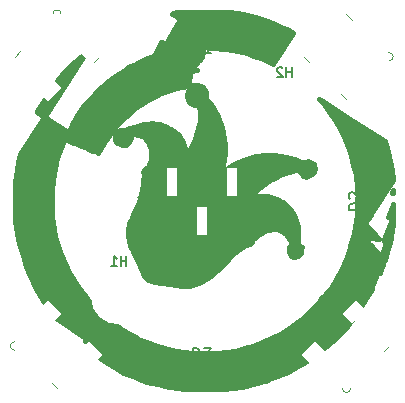
<source format=gbo>
%TF.GenerationSoftware,KiCad,Pcbnew,(6.0.7)*%
%TF.CreationDate,2022-09-30T15:53:47-07:00*%
%TF.ProjectId,companion,636f6d70-616e-4696-9f6e-2e6b69636164,rev?*%
%TF.SameCoordinates,Original*%
%TF.FileFunction,Legend,Bot*%
%TF.FilePolarity,Positive*%
%FSLAX46Y46*%
G04 Gerber Fmt 4.6, Leading zero omitted, Abs format (unit mm)*
G04 Created by KiCad (PCBNEW (6.0.7)) date 2022-09-30 15:53:47*
%MOMM*%
%LPD*%
G01*
G04 APERTURE LIST*
G04 Aperture macros list*
%AMRoundRect*
0 Rectangle with rounded corners*
0 $1 Rounding radius*
0 $2 $3 $4 $5 $6 $7 $8 $9 X,Y pos of 4 corners*
0 Add a 4 corners polygon primitive as box body*
4,1,4,$2,$3,$4,$5,$6,$7,$8,$9,$2,$3,0*
0 Add four circle primitives for the rounded corners*
1,1,$1+$1,$2,$3*
1,1,$1+$1,$4,$5*
1,1,$1+$1,$6,$7*
1,1,$1+$1,$8,$9*
0 Add four rect primitives between the rounded corners*
20,1,$1+$1,$2,$3,$4,$5,0*
20,1,$1+$1,$4,$5,$6,$7,0*
20,1,$1+$1,$6,$7,$8,$9,0*
20,1,$1+$1,$8,$9,$2,$3,0*%
G04 Aperture macros list end*
%ADD10C,0.400000*%
%ADD11C,0.150000*%
%ADD12C,0.120000*%
%ADD13C,4.800000*%
%ADD14RoundRect,0.050000X-0.500000X1.255000X-0.500000X-1.255000X0.500000X-1.255000X0.500000X1.255000X0*%
%ADD15RoundRect,0.050000X-0.176777X-0.883883X0.883883X0.176777X0.176777X0.883883X-0.883883X-0.176777X0*%
%ADD16RoundRect,0.050000X0.176777X0.883883X-0.883883X-0.176777X-0.176777X-0.883883X0.883883X0.176777X0*%
%ADD17RoundRect,0.050000X-0.883883X0.176777X0.176777X-0.883883X0.883883X-0.176777X-0.176777X0.883883X0*%
%ADD18RoundRect,0.050000X0.883883X-0.176777X-0.176777X0.883883X-0.883883X0.176777X0.176777X-0.883883X0*%
G04 APERTURE END LIST*
D10*
G36*
X17468754Y-5116467D02*
G01*
X17468754Y-5185903D01*
X17434469Y-5182303D01*
X17400183Y-5178703D01*
X17343041Y-5155645D01*
X17343041Y-5155628D01*
X17285899Y-5132570D01*
X17285899Y-5002271D01*
X17468754Y-5116467D01*
G37*
X17468754Y-5116467D02*
X17468754Y-5185903D01*
X17434469Y-5182303D01*
X17400183Y-5178703D01*
X17343041Y-5155645D01*
X17343041Y-5155628D01*
X17285899Y-5132570D01*
X17285899Y-5002271D01*
X17468754Y-5116467D01*
G36*
X17240185Y-5185920D02*
G01*
X17289118Y-5277348D01*
X17194473Y-5277348D01*
X17194469Y-5212570D01*
X17194469Y-5147807D01*
X17137327Y-5124750D01*
X17080185Y-5101692D01*
X17191253Y-5094492D01*
X17240185Y-5185920D01*
G37*
X17240185Y-5185920D02*
X17289118Y-5277348D01*
X17194473Y-5277348D01*
X17194469Y-5212570D01*
X17194469Y-5147807D01*
X17137327Y-5124750D01*
X17080185Y-5101692D01*
X17191253Y-5094492D01*
X17240185Y-5185920D01*
G36*
X17291296Y-5460176D02*
G01*
X17231456Y-5460800D01*
X17171613Y-5461424D01*
X17062635Y-5490588D01*
X16953657Y-5519754D01*
X16974971Y-5455680D01*
X16974971Y-5455692D01*
X16996284Y-5391616D01*
X17243189Y-5382336D01*
X17291296Y-5460176D01*
G37*
X17291296Y-5460176D02*
X17231456Y-5460800D01*
X17171613Y-5461424D01*
X17062635Y-5490588D01*
X16953657Y-5519754D01*
X16974971Y-5455680D01*
X16974971Y-5455692D01*
X16996284Y-5391616D01*
X17243189Y-5382336D01*
X17291296Y-5460176D01*
G36*
X16938456Y-5772770D02*
G01*
X16964870Y-5815506D01*
X16783043Y-5863054D01*
X16783041Y-5850078D01*
X16783041Y-5837098D01*
X16847542Y-5783566D01*
X16912044Y-5730033D01*
X16938456Y-5772770D01*
G37*
X16938456Y-5772770D02*
X16964870Y-5815506D01*
X16783043Y-5863054D01*
X16783041Y-5850078D01*
X16783041Y-5837098D01*
X16847542Y-5783566D01*
X16912044Y-5730033D01*
X16938456Y-5772770D01*
G36*
X16988756Y-6327360D02*
G01*
X16897328Y-6327360D01*
X16828755Y-6283046D01*
X16760183Y-6238732D01*
X16851612Y-6238732D01*
X16988756Y-6327360D01*
G37*
X16988756Y-6327360D02*
X16897328Y-6327360D01*
X16828755Y-6283046D01*
X16760183Y-6238732D01*
X16851612Y-6238732D01*
X16988756Y-6327360D01*
G36*
X16459048Y-6788833D02*
G01*
X16407544Y-6923049D01*
X16371612Y-6923049D01*
X16371612Y-6734793D01*
X16459048Y-6788833D01*
G37*
X16459048Y-6788833D02*
X16407544Y-6923049D01*
X16371612Y-6923049D01*
X16371612Y-6734793D01*
X16459048Y-6788833D01*
G36*
X33650922Y-16625903D02*
G01*
X33651620Y-16751617D01*
X33560181Y-16751617D01*
X33560881Y-16694475D01*
X33560883Y-16694475D01*
X33561583Y-16637333D01*
X33605902Y-16568760D01*
X33650222Y-16500188D01*
X33650922Y-16625903D01*
G37*
X33650922Y-16625903D02*
X33651620Y-16751617D01*
X33560181Y-16751617D01*
X33560881Y-16694475D01*
X33560883Y-16694475D01*
X33561583Y-16637333D01*
X33605902Y-16568760D01*
X33650222Y-16500188D01*
X33650922Y-16625903D01*
G36*
X17511670Y-7754700D02*
G01*
X17794900Y-8180170D01*
X17781920Y-8454455D01*
X17768941Y-8728741D01*
X18162453Y-9140170D01*
X18368642Y-9452239D01*
X18574830Y-9764309D01*
X18794137Y-10229382D01*
X19013444Y-10694456D01*
X19130372Y-11151599D01*
X19247302Y-11608741D01*
X19323613Y-12134456D01*
X19399922Y-12660170D01*
X19376000Y-13300171D01*
X19352078Y-13940171D01*
X19127526Y-14671599D01*
X19004624Y-14940449D01*
X18881724Y-15209301D01*
X19100945Y-15026449D01*
X19320161Y-14843573D01*
X19673012Y-14613789D01*
X20025864Y-14384004D01*
X20880334Y-13965578D01*
X21427323Y-13782693D01*
X21974312Y-13599810D01*
X22292952Y-13553762D01*
X22611590Y-13507714D01*
X23068732Y-13507701D01*
X23525876Y-13507688D01*
X24521516Y-13640192D01*
X24937979Y-13758666D01*
X25354447Y-13877140D01*
X25661128Y-14028577D01*
X25967810Y-14180015D01*
X26049710Y-14124181D01*
X26131591Y-14068348D01*
X26434432Y-14009908D01*
X26580172Y-14075476D01*
X26725892Y-14141044D01*
X26894414Y-14276500D01*
X26952574Y-14445684D01*
X27010735Y-14614868D01*
X26936413Y-14945903D01*
X26778313Y-15091134D01*
X26620213Y-15236364D01*
X26291573Y-15327104D01*
X26139613Y-15285144D01*
X25987652Y-15243185D01*
X25891232Y-15140258D01*
X25794812Y-15037332D01*
X25745232Y-14906454D01*
X25695632Y-14775575D01*
X25433608Y-14806423D01*
X25171582Y-14837268D01*
X24828725Y-14931230D01*
X24485869Y-15025192D01*
X24038657Y-15221748D01*
X23591447Y-15418304D01*
X23245022Y-15634220D01*
X22898600Y-15850135D01*
X22549376Y-16126744D01*
X22200154Y-16403352D01*
X21937297Y-16653015D01*
X21674441Y-16902676D01*
X21674441Y-16964032D01*
X22348725Y-16963438D01*
X23023011Y-16962844D01*
X23800156Y-17219500D01*
X24074443Y-17357191D01*
X24348727Y-17494880D01*
X24677260Y-17827962D01*
X25005793Y-18161045D01*
X25211665Y-18587757D01*
X25417538Y-19014469D01*
X25578900Y-19608753D01*
X25580901Y-20312713D01*
X25582902Y-21016674D01*
X25737181Y-21170991D01*
X25891461Y-21325309D01*
X25869401Y-21554882D01*
X25847340Y-21784456D01*
X25721181Y-21916135D01*
X25595021Y-22047815D01*
X25323823Y-22160135D01*
X25157742Y-22118715D01*
X24991683Y-22077295D01*
X24883223Y-21917295D01*
X24774743Y-21757295D01*
X24794743Y-21542751D01*
X24814744Y-21328207D01*
X24901704Y-21204910D01*
X24988663Y-21081613D01*
X25073903Y-20966375D01*
X24916997Y-20706619D01*
X24760096Y-20446855D01*
X24536212Y-20216528D01*
X24312331Y-19986198D01*
X24113311Y-19898162D01*
X23914290Y-19810127D01*
X23476416Y-19758266D01*
X23203969Y-19813932D01*
X22931523Y-19869598D01*
X22219529Y-20237842D01*
X21991496Y-20442863D01*
X21763465Y-20647884D01*
X21645859Y-20848564D01*
X21528254Y-21049244D01*
X21285815Y-21102657D01*
X21148673Y-21144645D01*
X21011531Y-21186634D01*
X20754525Y-21380540D01*
X20497517Y-21574440D01*
X20097245Y-21926521D01*
X19214631Y-22790557D01*
X18332017Y-23654592D01*
X18064641Y-23836172D01*
X17797267Y-24017751D01*
X17385403Y-24224256D01*
X16973540Y-24430761D01*
X16706821Y-24502620D01*
X16440102Y-24574480D01*
X15754388Y-24610479D01*
X15228674Y-24522440D01*
X15228755Y-24522567D01*
X14703041Y-24434528D01*
X14040184Y-24359089D01*
X13377327Y-24283649D01*
X13138431Y-24194768D01*
X12899536Y-24105888D01*
X12568697Y-23723049D01*
X12073316Y-22717334D01*
X11577936Y-21711620D01*
X11481236Y-21464576D01*
X11384536Y-21217531D01*
X11272776Y-20778862D01*
X11161016Y-20340192D01*
X11161565Y-19837335D01*
X11293901Y-19276170D01*
X11405247Y-19031036D01*
X11516593Y-18785904D01*
X11799529Y-18145902D01*
X12082464Y-17505903D01*
X12193875Y-17174545D01*
X12305286Y-16843186D01*
X12373847Y-16397402D01*
X12442407Y-15951617D01*
X12494320Y-15596108D01*
X12546232Y-15240599D01*
X12495744Y-15076095D01*
X12445257Y-14911591D01*
X12650615Y-14700306D01*
X12855974Y-14489021D01*
X12979522Y-14237463D01*
X13103040Y-13985903D01*
X13097635Y-13460188D01*
X13092230Y-12934475D01*
X12987748Y-12661605D01*
X12883265Y-12388736D01*
X12417327Y-11928760D01*
X11960185Y-11769720D01*
X11823043Y-11762780D01*
X11685900Y-11755840D01*
X11348792Y-11768760D01*
X11373954Y-11923812D01*
X11399115Y-12078865D01*
X11345172Y-12242317D01*
X11291228Y-12405769D01*
X11155790Y-12519731D01*
X11020354Y-12633695D01*
X10866380Y-12662581D01*
X10712407Y-12691467D01*
X10503232Y-12598939D01*
X10294056Y-12506410D01*
X10109104Y-12203046D01*
X10108921Y-12004387D01*
X10108738Y-11805725D01*
X10258274Y-11552581D01*
X10529445Y-11392397D01*
X10908737Y-11398037D01*
X11297309Y-11243939D01*
X11685880Y-11089841D01*
X12463024Y-10907505D01*
X12828738Y-10857697D01*
X13194452Y-10807890D01*
X13605880Y-10859150D01*
X13880165Y-10896110D01*
X14085879Y-10967758D01*
X14291593Y-11039407D01*
X14565879Y-11179825D01*
X14840164Y-11320242D01*
X15157242Y-11579255D01*
X15474321Y-11838267D01*
X15663768Y-12115101D01*
X15853216Y-12391936D01*
X16205200Y-13462000D01*
X16270416Y-13391608D01*
X16501425Y-12865894D01*
X16732432Y-12340180D01*
X16916244Y-11768752D01*
X17100054Y-11197323D01*
X17238810Y-10603037D01*
X17239486Y-10131852D01*
X17240163Y-9660666D01*
X17143599Y-9277170D01*
X16945297Y-9269490D01*
X16746993Y-9261810D01*
X16609043Y-9190475D01*
X16471093Y-9119139D01*
X16285369Y-8883027D01*
X16231429Y-8719591D01*
X16177491Y-8556155D01*
X16204817Y-8325424D01*
X16232142Y-8094693D01*
X16488166Y-7778365D01*
X16646308Y-7693553D01*
X16804450Y-7608740D01*
X17146882Y-7608740D01*
X17511670Y-7754700D01*
G37*
X17511670Y-7754700D02*
X17794900Y-8180170D01*
X17781920Y-8454455D01*
X17768941Y-8728741D01*
X18162453Y-9140170D01*
X18368642Y-9452239D01*
X18574830Y-9764309D01*
X18794137Y-10229382D01*
X19013444Y-10694456D01*
X19130372Y-11151599D01*
X19247302Y-11608741D01*
X19323613Y-12134456D01*
X19399922Y-12660170D01*
X19376000Y-13300171D01*
X19352078Y-13940171D01*
X19127526Y-14671599D01*
X19004624Y-14940449D01*
X18881724Y-15209301D01*
X19100945Y-15026449D01*
X19320161Y-14843573D01*
X19673012Y-14613789D01*
X20025864Y-14384004D01*
X20880334Y-13965578D01*
X21427323Y-13782693D01*
X21974312Y-13599810D01*
X22292952Y-13553762D01*
X22611590Y-13507714D01*
X23068732Y-13507701D01*
X23525876Y-13507688D01*
X24521516Y-13640192D01*
X24937979Y-13758666D01*
X25354447Y-13877140D01*
X25661128Y-14028577D01*
X25967810Y-14180015D01*
X26049710Y-14124181D01*
X26131591Y-14068348D01*
X26434432Y-14009908D01*
X26580172Y-14075476D01*
X26725892Y-14141044D01*
X26894414Y-14276500D01*
X26952574Y-14445684D01*
X27010735Y-14614868D01*
X26936413Y-14945903D01*
X26778313Y-15091134D01*
X26620213Y-15236364D01*
X26291573Y-15327104D01*
X26139613Y-15285144D01*
X25987652Y-15243185D01*
X25891232Y-15140258D01*
X25794812Y-15037332D01*
X25745232Y-14906454D01*
X25695632Y-14775575D01*
X25433608Y-14806423D01*
X25171582Y-14837268D01*
X24828725Y-14931230D01*
X24485869Y-15025192D01*
X24038657Y-15221748D01*
X23591447Y-15418304D01*
X23245022Y-15634220D01*
X22898600Y-15850135D01*
X22549376Y-16126744D01*
X22200154Y-16403352D01*
X21937297Y-16653015D01*
X21674441Y-16902676D01*
X21674441Y-16964032D01*
X22348725Y-16963438D01*
X23023011Y-16962844D01*
X23800156Y-17219500D01*
X24074443Y-17357191D01*
X24348727Y-17494880D01*
X24677260Y-17827962D01*
X25005793Y-18161045D01*
X25211665Y-18587757D01*
X25417538Y-19014469D01*
X25578900Y-19608753D01*
X25580901Y-20312713D01*
X25582902Y-21016674D01*
X25737181Y-21170991D01*
X25891461Y-21325309D01*
X25869401Y-21554882D01*
X25847340Y-21784456D01*
X25721181Y-21916135D01*
X25595021Y-22047815D01*
X25323823Y-22160135D01*
X25157742Y-22118715D01*
X24991683Y-22077295D01*
X24883223Y-21917295D01*
X24774743Y-21757295D01*
X24794743Y-21542751D01*
X24814744Y-21328207D01*
X24901704Y-21204910D01*
X24988663Y-21081613D01*
X25073903Y-20966375D01*
X24916997Y-20706619D01*
X24760096Y-20446855D01*
X24536212Y-20216528D01*
X24312331Y-19986198D01*
X24113311Y-19898162D01*
X23914290Y-19810127D01*
X23476416Y-19758266D01*
X23203969Y-19813932D01*
X22931523Y-19869598D01*
X22219529Y-20237842D01*
X21991496Y-20442863D01*
X21763465Y-20647884D01*
X21645859Y-20848564D01*
X21528254Y-21049244D01*
X21285815Y-21102657D01*
X21148673Y-21144645D01*
X21011531Y-21186634D01*
X20754525Y-21380540D01*
X20497517Y-21574440D01*
X20097245Y-21926521D01*
X19214631Y-22790557D01*
X18332017Y-23654592D01*
X18064641Y-23836172D01*
X17797267Y-24017751D01*
X17385403Y-24224256D01*
X16973540Y-24430761D01*
X16706821Y-24502620D01*
X16440102Y-24574480D01*
X15754388Y-24610479D01*
X15228674Y-24522440D01*
X15228755Y-24522567D01*
X14703041Y-24434528D01*
X14040184Y-24359089D01*
X13377327Y-24283649D01*
X13138431Y-24194768D01*
X12899536Y-24105888D01*
X12568697Y-23723049D01*
X12073316Y-22717334D01*
X11577936Y-21711620D01*
X11481236Y-21464576D01*
X11384536Y-21217531D01*
X11272776Y-20778862D01*
X11161016Y-20340192D01*
X11161565Y-19837335D01*
X11293901Y-19276170D01*
X11405247Y-19031036D01*
X11516593Y-18785904D01*
X11799529Y-18145902D01*
X12082464Y-17505903D01*
X12193875Y-17174545D01*
X12305286Y-16843186D01*
X12373847Y-16397402D01*
X12442407Y-15951617D01*
X12494320Y-15596108D01*
X12546232Y-15240599D01*
X12495744Y-15076095D01*
X12445257Y-14911591D01*
X12650615Y-14700306D01*
X12855974Y-14489021D01*
X12979522Y-14237463D01*
X13103040Y-13985903D01*
X13097635Y-13460188D01*
X13092230Y-12934475D01*
X12987748Y-12661605D01*
X12883265Y-12388736D01*
X12417327Y-11928760D01*
X11960185Y-11769720D01*
X11823043Y-11762780D01*
X11685900Y-11755840D01*
X11348792Y-11768760D01*
X11373954Y-11923812D01*
X11399115Y-12078865D01*
X11345172Y-12242317D01*
X11291228Y-12405769D01*
X11155790Y-12519731D01*
X11020354Y-12633695D01*
X10866380Y-12662581D01*
X10712407Y-12691467D01*
X10503232Y-12598939D01*
X10294056Y-12506410D01*
X10109104Y-12203046D01*
X10108921Y-12004387D01*
X10108738Y-11805725D01*
X10258274Y-11552581D01*
X10529445Y-11392397D01*
X10908737Y-11398037D01*
X11297309Y-11243939D01*
X11685880Y-11089841D01*
X12463024Y-10907505D01*
X12828738Y-10857697D01*
X13194452Y-10807890D01*
X13605880Y-10859150D01*
X13880165Y-10896110D01*
X14085879Y-10967758D01*
X14291593Y-11039407D01*
X14565879Y-11179825D01*
X14840164Y-11320242D01*
X15157242Y-11579255D01*
X15474321Y-11838267D01*
X15663768Y-12115101D01*
X15853216Y-12391936D01*
X16205200Y-13462000D01*
X16270416Y-13391608D01*
X16501425Y-12865894D01*
X16732432Y-12340180D01*
X16916244Y-11768752D01*
X17100054Y-11197323D01*
X17238810Y-10603037D01*
X17239486Y-10131852D01*
X17240163Y-9660666D01*
X17143599Y-9277170D01*
X16945297Y-9269490D01*
X16746993Y-9261810D01*
X16609043Y-9190475D01*
X16471093Y-9119139D01*
X16285369Y-8883027D01*
X16231429Y-8719591D01*
X16177491Y-8556155D01*
X16204817Y-8325424D01*
X16232142Y-8094693D01*
X16488166Y-7778365D01*
X16646308Y-7693553D01*
X16804450Y-7608740D01*
X17146882Y-7608740D01*
X17511670Y-7754700D01*
G36*
X8145912Y-13003047D02*
G01*
X8198540Y-13140191D01*
X8097328Y-13140191D01*
X8097328Y-13048763D01*
X7955168Y-13048763D01*
X7760011Y-12957332D01*
X8051612Y-12957332D01*
X8143040Y-12957332D01*
X8143040Y-12917013D01*
X8097326Y-12888760D01*
X8051612Y-12860508D01*
X8051612Y-12957332D01*
X7760011Y-12957332D01*
X7740534Y-12948207D01*
X7553340Y-12860508D01*
X7525899Y-12847651D01*
X7503040Y-12844071D01*
X7480182Y-12840491D01*
X7428480Y-12821587D01*
X8440183Y-12821587D01*
X8508755Y-12865902D01*
X8577327Y-12910216D01*
X8588747Y-12910916D01*
X8600167Y-12911615D01*
X8600167Y-12865901D01*
X8600183Y-12865903D01*
X8600183Y-12820189D01*
X8440183Y-12821587D01*
X7428480Y-12821587D01*
X7240183Y-12752740D01*
X7000183Y-12664990D01*
X7000183Y-12591623D01*
X6866143Y-12591623D01*
X6716021Y-12527569D01*
X6565899Y-12463519D01*
X6228564Y-12321859D01*
X5891230Y-12180199D01*
X5781238Y-12180199D01*
X5682634Y-12477343D01*
X5213791Y-13757344D01*
X4895775Y-15128772D01*
X4810406Y-15677343D01*
X4737326Y-16454486D01*
X4747206Y-18694488D01*
X5033790Y-20350086D01*
X5268234Y-21122287D01*
X5502678Y-21894489D01*
X5839379Y-22643329D01*
X6176079Y-23392168D01*
X6595094Y-24083330D01*
X7014110Y-24774490D01*
X7437654Y-25300205D01*
X7861199Y-25825920D01*
X8150701Y-26132066D01*
X8440203Y-26438211D01*
X8965917Y-26928199D01*
X9491632Y-27418184D01*
X10040203Y-27828540D01*
X10588774Y-28238895D01*
X11204686Y-28580892D01*
X11820597Y-28922891D01*
X11913257Y-28982912D01*
X12005917Y-29042932D01*
X12820462Y-29364759D01*
X13635007Y-29686582D01*
X15205916Y-30092359D01*
X16705868Y-30288721D01*
X17705287Y-30284921D01*
X18704705Y-30281122D01*
X19492453Y-30169101D01*
X20280202Y-30057081D01*
X21034487Y-29852190D01*
X21788773Y-29647300D01*
X22543059Y-29341184D01*
X23297345Y-29035070D01*
X24020592Y-28625969D01*
X24743838Y-28216865D01*
X25369162Y-27745664D01*
X25994488Y-27274467D01*
X26658919Y-26618848D01*
X27323352Y-25963228D01*
X27559912Y-25643228D01*
X27782111Y-25414667D01*
X28056784Y-25071809D01*
X28331458Y-24728954D01*
X28764888Y-23997524D01*
X29198319Y-23266096D01*
X29281480Y-23083236D01*
X29364640Y-22900377D01*
X29628997Y-22283233D01*
X29893351Y-21666092D01*
X30092551Y-20843235D01*
X30199530Y-20477520D01*
X30306510Y-20111805D01*
X30538588Y-18603233D01*
X30567908Y-17917518D01*
X30597228Y-17231804D01*
X30613827Y-17123027D01*
X30630427Y-17014253D01*
X30588366Y-16665886D01*
X30546305Y-16317518D01*
X30452105Y-15209404D01*
X30266104Y-14414890D01*
X30080104Y-13620376D01*
X29782502Y-12820376D01*
X29484898Y-12020376D01*
X29094159Y-11288772D01*
X28703303Y-10557332D01*
X28223883Y-9871617D01*
X27744466Y-9185903D01*
X27365906Y-8784059D01*
X27434487Y-8808141D01*
X27503047Y-8832225D01*
X30222501Y-10593349D01*
X32941954Y-12354474D01*
X33018075Y-12575903D01*
X33094195Y-12797333D01*
X33554522Y-14808762D01*
X33615443Y-15593611D01*
X32673524Y-17065261D01*
X31731612Y-18536911D01*
X31731612Y-18572872D01*
X31503039Y-18904668D01*
X31274468Y-19236465D01*
X31274468Y-19316848D01*
X31851599Y-19956146D01*
X32428729Y-20595445D01*
X32408009Y-20616155D01*
X32387309Y-20636865D01*
X31755810Y-20498840D01*
X31124312Y-20360815D01*
X31101412Y-20383722D01*
X31078513Y-20406629D01*
X31393235Y-20761978D01*
X31707955Y-21117328D01*
X31731215Y-21140186D01*
X31754475Y-21163042D01*
X32074475Y-21528635D01*
X32394475Y-21894229D01*
X32489054Y-21999250D01*
X32583634Y-22104271D01*
X32684476Y-21882949D01*
X32868476Y-21408701D01*
X33052476Y-20934454D01*
X33066275Y-20869930D01*
X33080075Y-20805406D01*
X32965794Y-20774456D01*
X32851514Y-20743505D01*
X32864913Y-20678981D01*
X32878312Y-20614458D01*
X33219279Y-19757188D01*
X33560248Y-18899919D01*
X33560248Y-18820432D01*
X33380488Y-18791687D01*
X33200728Y-18762941D01*
X33384148Y-18317272D01*
X33567569Y-17871603D01*
X33609568Y-17780174D01*
X33651549Y-17688745D01*
X33634148Y-18511602D01*
X33616748Y-19334459D01*
X33334586Y-20980173D01*
X33124636Y-21688745D01*
X32914687Y-22397316D01*
X32880587Y-22431915D01*
X32846488Y-22466514D01*
X32744868Y-22329053D01*
X32643248Y-22191593D01*
X32561888Y-22191593D01*
X32485968Y-22420166D01*
X32410048Y-22648738D01*
X32268447Y-22648738D01*
X31954354Y-22535444D01*
X31640252Y-22422144D01*
X31640252Y-22472444D01*
X31968329Y-22857740D01*
X32296408Y-23243036D01*
X32359450Y-23243036D01*
X32449731Y-23005464D01*
X32540011Y-22767891D01*
X32583432Y-22753490D01*
X32626853Y-22739090D01*
X32787974Y-22856891D01*
X32643075Y-23166551D01*
X32498175Y-23476213D01*
X32341654Y-23334573D01*
X32098546Y-23961895D01*
X31855439Y-24589214D01*
X31845238Y-24681913D01*
X31835038Y-24774612D01*
X31829238Y-24823291D01*
X31823437Y-24871992D01*
X31533536Y-25326160D01*
X31243632Y-25780328D01*
X30662884Y-26689012D01*
X30082135Y-27597696D01*
X29603089Y-28162366D01*
X28863934Y-28884311D01*
X28124778Y-29606256D01*
X27311249Y-30215446D01*
X26497721Y-30824638D01*
X25606293Y-31335393D01*
X24714865Y-31846149D01*
X24052006Y-32111446D01*
X23389149Y-32376745D01*
X23114865Y-32499305D01*
X22840579Y-32621866D01*
X22634865Y-32657705D01*
X22429150Y-32693544D01*
X20836804Y-33122892D01*
X20037068Y-33234453D01*
X19236935Y-33345903D01*
X17609988Y-33340704D01*
X15983041Y-33335502D01*
X15343040Y-33251314D01*
X14703040Y-33167293D01*
X14200183Y-33048812D01*
X13697325Y-32930332D01*
X12737326Y-32703052D01*
X11745650Y-32312917D01*
X10753974Y-31922762D01*
X10397078Y-31705354D01*
X10040184Y-31487949D01*
X8934490Y-30769229D01*
X7828798Y-30050512D01*
X7963026Y-29766779D01*
X8097254Y-29483047D01*
X8097291Y-29406168D01*
X8097310Y-29363975D01*
X8271754Y-29363975D01*
X8303984Y-29416135D01*
X8336214Y-29468275D01*
X8370530Y-29430015D01*
X8404846Y-29391735D01*
X8457007Y-29235633D01*
X8509167Y-29079654D01*
X8483847Y-29054454D01*
X8377801Y-29209215D01*
X8271754Y-29363975D01*
X8097310Y-29363975D01*
X8097326Y-29329288D01*
X7831783Y-29140209D01*
X7683026Y-29140209D01*
X7656712Y-29208789D01*
X7630398Y-29277370D01*
X7558126Y-29277370D01*
X7564866Y-29132265D01*
X7571612Y-28987114D01*
X6436345Y-28249162D01*
X5301078Y-27511213D01*
X5155436Y-27395004D01*
X5009794Y-27278793D01*
X4742068Y-26938678D01*
X4474342Y-26598568D01*
X3942111Y-25732235D01*
X3409879Y-24865903D01*
X2989548Y-23928760D01*
X2569218Y-22991617D01*
X2270228Y-22008760D01*
X1971237Y-21025903D01*
X1811425Y-20077749D01*
X1651612Y-19129596D01*
X1651612Y-15755590D01*
X1699825Y-15282175D01*
X1748037Y-14808760D01*
X1901630Y-14121447D01*
X2055222Y-13434136D01*
X2987178Y-11972876D01*
X3919134Y-10511617D01*
X4000192Y-10388752D01*
X4081251Y-10265887D01*
X3778432Y-10074640D01*
X3475614Y-9883392D01*
X3489328Y-9826377D01*
X3503042Y-9769361D01*
X5103042Y-7279941D01*
X5444750Y-6884351D01*
X5786458Y-6488760D01*
X6021810Y-6237331D01*
X6257163Y-5985903D01*
X6365816Y-5871348D01*
X6474469Y-5756794D01*
X7435375Y-4934474D01*
X7523697Y-4865903D01*
X7612020Y-4797332D01*
X7572556Y-4865903D01*
X7533092Y-4934475D01*
X4652578Y-9414475D01*
X4123042Y-10236925D01*
X4178756Y-10290181D01*
X4234469Y-10343436D01*
X5167668Y-10942857D01*
X6100866Y-11542279D01*
X6320793Y-11118376D01*
X6540720Y-10694475D01*
X6599023Y-10594578D01*
X6657326Y-10494682D01*
X7074615Y-9886007D01*
X7491904Y-9277331D01*
X8057472Y-8648994D01*
X8623040Y-8020656D01*
X9811612Y-7003324D01*
X10497327Y-6545304D01*
X10904627Y-6273249D01*
X16268735Y-6273249D01*
X16331294Y-6374473D01*
X16409850Y-6374473D01*
X16483326Y-6346279D01*
X16556803Y-6318083D01*
X16504326Y-6254851D01*
X16451848Y-6191618D01*
X16567500Y-6052266D01*
X16516164Y-6000929D01*
X16463225Y-6099845D01*
X16410287Y-6198762D01*
X16462466Y-6334737D01*
X16365600Y-6303993D01*
X16268735Y-6273249D01*
X10904627Y-6273249D01*
X11183040Y-6087284D01*
X11820282Y-5780189D01*
X16366216Y-5780189D01*
X16422722Y-5871617D01*
X16463041Y-5871617D01*
X16463041Y-5780189D01*
X16366216Y-5780189D01*
X11820282Y-5780189D01*
X11968229Y-5708891D01*
X12753417Y-5330498D01*
X13078726Y-5225725D01*
X13404034Y-5120953D01*
X13646825Y-4643772D01*
X17263041Y-4643772D01*
X17445897Y-4722348D01*
X17468737Y-4728788D01*
X17468754Y-4683046D01*
X17468754Y-4637332D01*
X17365899Y-4640552D01*
X17263041Y-4643772D01*
X13646825Y-4643772D01*
X13847808Y-4248761D01*
X14017327Y-3952197D01*
X14047053Y-3951909D01*
X14076779Y-3951619D01*
X14131613Y-4180190D01*
X14186448Y-4408762D01*
X14245900Y-4407842D01*
X14302025Y-4301454D01*
X20417327Y-4301454D01*
X20440184Y-4328362D01*
X20463042Y-4355270D01*
X20871520Y-4678382D01*
X20914744Y-4635158D01*
X20848891Y-4574720D01*
X20783042Y-4514286D01*
X20417327Y-4301454D01*
X14302025Y-4301454D01*
X14577260Y-3779730D01*
X14908619Y-3151619D01*
X15235075Y-2557333D01*
X15374695Y-2305905D01*
X15514314Y-2054476D01*
X15553714Y-2011410D01*
X15596243Y-2078657D01*
X15638771Y-2145905D01*
X15642690Y-2305905D01*
X15646610Y-2465905D01*
X15680224Y-2551444D01*
X15713838Y-2636984D01*
X15784795Y-2528587D01*
X15855751Y-2420191D01*
X15976538Y-2181710D01*
X16097326Y-1943230D01*
X16097326Y-1936620D01*
X16188755Y-1936620D01*
X17034469Y-2560600D01*
X17263040Y-2729006D01*
X17491612Y-2897412D01*
X17525898Y-2898801D01*
X17560184Y-2900189D01*
X17567041Y-2740189D01*
X17573901Y-2580189D01*
X17578843Y-2521595D01*
X17628755Y-2521595D01*
X17697327Y-2594309D01*
X17765898Y-2667022D01*
X19228755Y-3765386D01*
X19343039Y-3768760D01*
X19342341Y-3711617D01*
X19341641Y-3654474D01*
X19308055Y-3604633D01*
X19274470Y-3554792D01*
X18520184Y-3075146D01*
X17765898Y-2595499D01*
X17697327Y-2558547D01*
X17628755Y-2521595D01*
X17578843Y-2521595D01*
X17583060Y-2471593D01*
X16946483Y-2069778D01*
X16309927Y-1667963D01*
X16188755Y-1768526D01*
X16188755Y-1936620D01*
X16097326Y-1936620D01*
X16097326Y-1897358D01*
X15598373Y-1528760D01*
X15536977Y-1528760D01*
X15567297Y-1757332D01*
X15597619Y-1985903D01*
X15506098Y-1985903D01*
X15210212Y-1771317D01*
X14914325Y-1556730D01*
X14953335Y-1493612D01*
X15262473Y-1431186D01*
X15571612Y-1368760D01*
X19685897Y-1368760D01*
X20485896Y-1522321D01*
X21285895Y-1675881D01*
X21605895Y-1755076D01*
X21925894Y-1834271D01*
X22771609Y-2109548D01*
X23617324Y-2384826D01*
X24143038Y-2624203D01*
X24668753Y-2863580D01*
X25148753Y-3135470D01*
X25148753Y-3167110D01*
X24388777Y-4347935D01*
X23628802Y-5528760D01*
X23542424Y-5651002D01*
X23456044Y-5773245D01*
X22420094Y-5284601D01*
X22012995Y-5163350D01*
X21605899Y-5042099D01*
X21217326Y-4908676D01*
X20828755Y-4775252D01*
X20087392Y-4638797D01*
X19346030Y-4502342D01*
X18502261Y-4448711D01*
X17658490Y-4395078D01*
X17485252Y-4477284D01*
X17312014Y-4559491D01*
X17502394Y-4629917D01*
X17525159Y-4749001D01*
X17547923Y-4868084D01*
X17508339Y-4892548D01*
X17468754Y-4917012D01*
X17468754Y-4774472D01*
X17377326Y-4774472D01*
X17377326Y-4906221D01*
X17326502Y-4937632D01*
X17275676Y-4969044D01*
X17207156Y-4858172D01*
X17182235Y-4953466D01*
X17157315Y-5048759D01*
X17057326Y-5048759D01*
X17057326Y-4957331D01*
X17154151Y-4957331D01*
X17090386Y-4854163D01*
X17055140Y-4917177D01*
X17019892Y-4980191D01*
X17043938Y-5105905D01*
X17067982Y-5231619D01*
X17148753Y-5231619D01*
X17148753Y-5332831D01*
X17080184Y-5306514D01*
X17011612Y-5280201D01*
X17011612Y-5368761D01*
X16884252Y-5368761D01*
X16832748Y-5502977D01*
X16877212Y-5530457D01*
X16921674Y-5557937D01*
X16895696Y-5599969D01*
X16869720Y-5642001D01*
X16940666Y-5614777D01*
X17011612Y-5587550D01*
X17011612Y-5688761D01*
X16871600Y-5688761D01*
X16818076Y-5549285D01*
X16757560Y-5599509D01*
X16697043Y-5649733D01*
X16747103Y-5780193D01*
X16594783Y-5780193D01*
X16646462Y-5863813D01*
X16531605Y-5910117D01*
X16645890Y-5917317D01*
X16645890Y-6068629D01*
X16813090Y-5917317D01*
X16881098Y-5917317D01*
X16786359Y-6037782D01*
X16691612Y-6158233D01*
X16691612Y-6283045D01*
X16600184Y-6283045D01*
X16600184Y-6384256D01*
X16680184Y-6355907D01*
X16760184Y-6327557D01*
X16646638Y-6416419D01*
X16533092Y-6505279D01*
X16485900Y-6443047D01*
X16280184Y-6435807D01*
X16280184Y-6557351D01*
X16382808Y-6557351D01*
X16334086Y-6616057D01*
X16285364Y-6674765D01*
X16362480Y-7016689D01*
X16320724Y-7176365D01*
X16408008Y-7564837D01*
X16257328Y-7644733D01*
X15754470Y-7745849D01*
X15251612Y-7846982D01*
X14610960Y-8064973D01*
X13970308Y-8282965D01*
X13407373Y-8565156D01*
X12844438Y-8847346D01*
X11777326Y-9544462D01*
X11251612Y-9993184D01*
X10725897Y-10441906D01*
X10288832Y-10933904D01*
X9851768Y-11425903D01*
X9542566Y-11871617D01*
X9233364Y-12317332D01*
X9167122Y-12317332D01*
X9109008Y-12478042D01*
X9050894Y-12638753D01*
X9001332Y-12608122D01*
X8951770Y-12577490D01*
X8976324Y-12618841D01*
X9000876Y-12660191D01*
X8960074Y-12768262D01*
X8919272Y-12876332D01*
X8829092Y-12852749D01*
X8738912Y-12829167D01*
X8831971Y-13003050D01*
X8731931Y-13003050D01*
X8760183Y-13048765D01*
X8788435Y-13094479D01*
X8688663Y-13094479D01*
X8605974Y-13300194D01*
X8600174Y-13094479D01*
X8411928Y-13094479D01*
X8440183Y-13140189D01*
X8468436Y-13185903D01*
X8371612Y-13185903D01*
X8371612Y-13058543D01*
X8346118Y-13048760D01*
X8554469Y-13048760D01*
X8645897Y-13048760D01*
X8645897Y-12957331D01*
X8554469Y-12957331D01*
X8554469Y-13048760D01*
X8346118Y-13048760D01*
X8226992Y-13003047D01*
X8145912Y-13003047D01*
G37*
X8145912Y-13003047D02*
X8198540Y-13140191D01*
X8097328Y-13140191D01*
X8097328Y-13048763D01*
X7955168Y-13048763D01*
X7760011Y-12957332D01*
X8051612Y-12957332D01*
X8143040Y-12957332D01*
X8143040Y-12917013D01*
X8097326Y-12888760D01*
X8051612Y-12860508D01*
X8051612Y-12957332D01*
X7760011Y-12957332D01*
X7740534Y-12948207D01*
X7553340Y-12860508D01*
X7525899Y-12847651D01*
X7503040Y-12844071D01*
X7480182Y-12840491D01*
X7428480Y-12821587D01*
X8440183Y-12821587D01*
X8508755Y-12865902D01*
X8577327Y-12910216D01*
X8588747Y-12910916D01*
X8600167Y-12911615D01*
X8600167Y-12865901D01*
X8600183Y-12865903D01*
X8600183Y-12820189D01*
X8440183Y-12821587D01*
X7428480Y-12821587D01*
X7240183Y-12752740D01*
X7000183Y-12664990D01*
X7000183Y-12591623D01*
X6866143Y-12591623D01*
X6716021Y-12527569D01*
X6565899Y-12463519D01*
X6228564Y-12321859D01*
X5891230Y-12180199D01*
X5781238Y-12180199D01*
X5682634Y-12477343D01*
X5213791Y-13757344D01*
X4895775Y-15128772D01*
X4810406Y-15677343D01*
X4737326Y-16454486D01*
X4747206Y-18694488D01*
X5033790Y-20350086D01*
X5268234Y-21122287D01*
X5502678Y-21894489D01*
X5839379Y-22643329D01*
X6176079Y-23392168D01*
X6595094Y-24083330D01*
X7014110Y-24774490D01*
X7437654Y-25300205D01*
X7861199Y-25825920D01*
X8150701Y-26132066D01*
X8440203Y-26438211D01*
X8965917Y-26928199D01*
X9491632Y-27418184D01*
X10040203Y-27828540D01*
X10588774Y-28238895D01*
X11204686Y-28580892D01*
X11820597Y-28922891D01*
X11913257Y-28982912D01*
X12005917Y-29042932D01*
X12820462Y-29364759D01*
X13635007Y-29686582D01*
X15205916Y-30092359D01*
X16705868Y-30288721D01*
X17705287Y-30284921D01*
X18704705Y-30281122D01*
X19492453Y-30169101D01*
X20280202Y-30057081D01*
X21034487Y-29852190D01*
X21788773Y-29647300D01*
X22543059Y-29341184D01*
X23297345Y-29035070D01*
X24020592Y-28625969D01*
X24743838Y-28216865D01*
X25369162Y-27745664D01*
X25994488Y-27274467D01*
X26658919Y-26618848D01*
X27323352Y-25963228D01*
X27559912Y-25643228D01*
X27782111Y-25414667D01*
X28056784Y-25071809D01*
X28331458Y-24728954D01*
X28764888Y-23997524D01*
X29198319Y-23266096D01*
X29281480Y-23083236D01*
X29364640Y-22900377D01*
X29628997Y-22283233D01*
X29893351Y-21666092D01*
X30092551Y-20843235D01*
X30199530Y-20477520D01*
X30306510Y-20111805D01*
X30538588Y-18603233D01*
X30567908Y-17917518D01*
X30597228Y-17231804D01*
X30613827Y-17123027D01*
X30630427Y-17014253D01*
X30588366Y-16665886D01*
X30546305Y-16317518D01*
X30452105Y-15209404D01*
X30266104Y-14414890D01*
X30080104Y-13620376D01*
X29782502Y-12820376D01*
X29484898Y-12020376D01*
X29094159Y-11288772D01*
X28703303Y-10557332D01*
X28223883Y-9871617D01*
X27744466Y-9185903D01*
X27365906Y-8784059D01*
X27434487Y-8808141D01*
X27503047Y-8832225D01*
X30222501Y-10593349D01*
X32941954Y-12354474D01*
X33018075Y-12575903D01*
X33094195Y-12797333D01*
X33554522Y-14808762D01*
X33615443Y-15593611D01*
X32673524Y-17065261D01*
X31731612Y-18536911D01*
X31731612Y-18572872D01*
X31503039Y-18904668D01*
X31274468Y-19236465D01*
X31274468Y-19316848D01*
X31851599Y-19956146D01*
X32428729Y-20595445D01*
X32408009Y-20616155D01*
X32387309Y-20636865D01*
X31755810Y-20498840D01*
X31124312Y-20360815D01*
X31101412Y-20383722D01*
X31078513Y-20406629D01*
X31393235Y-20761978D01*
X31707955Y-21117328D01*
X31731215Y-21140186D01*
X31754475Y-21163042D01*
X32074475Y-21528635D01*
X32394475Y-21894229D01*
X32489054Y-21999250D01*
X32583634Y-22104271D01*
X32684476Y-21882949D01*
X32868476Y-21408701D01*
X33052476Y-20934454D01*
X33066275Y-20869930D01*
X33080075Y-20805406D01*
X32965794Y-20774456D01*
X32851514Y-20743505D01*
X32864913Y-20678981D01*
X32878312Y-20614458D01*
X33219279Y-19757188D01*
X33560248Y-18899919D01*
X33560248Y-18820432D01*
X33380488Y-18791687D01*
X33200728Y-18762941D01*
X33384148Y-18317272D01*
X33567569Y-17871603D01*
X33609568Y-17780174D01*
X33651549Y-17688745D01*
X33634148Y-18511602D01*
X33616748Y-19334459D01*
X33334586Y-20980173D01*
X33124636Y-21688745D01*
X32914687Y-22397316D01*
X32880587Y-22431915D01*
X32846488Y-22466514D01*
X32744868Y-22329053D01*
X32643248Y-22191593D01*
X32561888Y-22191593D01*
X32485968Y-22420166D01*
X32410048Y-22648738D01*
X32268447Y-22648738D01*
X31954354Y-22535444D01*
X31640252Y-22422144D01*
X31640252Y-22472444D01*
X31968329Y-22857740D01*
X32296408Y-23243036D01*
X32359450Y-23243036D01*
X32449731Y-23005464D01*
X32540011Y-22767891D01*
X32583432Y-22753490D01*
X32626853Y-22739090D01*
X32787974Y-22856891D01*
X32643075Y-23166551D01*
X32498175Y-23476213D01*
X32341654Y-23334573D01*
X32098546Y-23961895D01*
X31855439Y-24589214D01*
X31845238Y-24681913D01*
X31835038Y-24774612D01*
X31829238Y-24823291D01*
X31823437Y-24871992D01*
X31533536Y-25326160D01*
X31243632Y-25780328D01*
X30662884Y-26689012D01*
X30082135Y-27597696D01*
X29603089Y-28162366D01*
X28863934Y-28884311D01*
X28124778Y-29606256D01*
X27311249Y-30215446D01*
X26497721Y-30824638D01*
X25606293Y-31335393D01*
X24714865Y-31846149D01*
X24052006Y-32111446D01*
X23389149Y-32376745D01*
X23114865Y-32499305D01*
X22840579Y-32621866D01*
X22634865Y-32657705D01*
X22429150Y-32693544D01*
X20836804Y-33122892D01*
X20037068Y-33234453D01*
X19236935Y-33345903D01*
X17609988Y-33340704D01*
X15983041Y-33335502D01*
X15343040Y-33251314D01*
X14703040Y-33167293D01*
X14200183Y-33048812D01*
X13697325Y-32930332D01*
X12737326Y-32703052D01*
X11745650Y-32312917D01*
X10753974Y-31922762D01*
X10397078Y-31705354D01*
X10040184Y-31487949D01*
X8934490Y-30769229D01*
X7828798Y-30050512D01*
X7963026Y-29766779D01*
X8097254Y-29483047D01*
X8097291Y-29406168D01*
X8097310Y-29363975D01*
X8271754Y-29363975D01*
X8303984Y-29416135D01*
X8336214Y-29468275D01*
X8370530Y-29430015D01*
X8404846Y-29391735D01*
X8457007Y-29235633D01*
X8509167Y-29079654D01*
X8483847Y-29054454D01*
X8377801Y-29209215D01*
X8271754Y-29363975D01*
X8097310Y-29363975D01*
X8097326Y-29329288D01*
X7831783Y-29140209D01*
X7683026Y-29140209D01*
X7656712Y-29208789D01*
X7630398Y-29277370D01*
X7558126Y-29277370D01*
X7564866Y-29132265D01*
X7571612Y-28987114D01*
X6436345Y-28249162D01*
X5301078Y-27511213D01*
X5155436Y-27395004D01*
X5009794Y-27278793D01*
X4742068Y-26938678D01*
X4474342Y-26598568D01*
X3942111Y-25732235D01*
X3409879Y-24865903D01*
X2989548Y-23928760D01*
X2569218Y-22991617D01*
X2270228Y-22008760D01*
X1971237Y-21025903D01*
X1811425Y-20077749D01*
X1651612Y-19129596D01*
X1651612Y-15755590D01*
X1699825Y-15282175D01*
X1748037Y-14808760D01*
X1901630Y-14121447D01*
X2055222Y-13434136D01*
X2987178Y-11972876D01*
X3919134Y-10511617D01*
X4000192Y-10388752D01*
X4081251Y-10265887D01*
X3778432Y-10074640D01*
X3475614Y-9883392D01*
X3489328Y-9826377D01*
X3503042Y-9769361D01*
X5103042Y-7279941D01*
X5444750Y-6884351D01*
X5786458Y-6488760D01*
X6021810Y-6237331D01*
X6257163Y-5985903D01*
X6365816Y-5871348D01*
X6474469Y-5756794D01*
X7435375Y-4934474D01*
X7523697Y-4865903D01*
X7612020Y-4797332D01*
X7572556Y-4865903D01*
X7533092Y-4934475D01*
X4652578Y-9414475D01*
X4123042Y-10236925D01*
X4178756Y-10290181D01*
X4234469Y-10343436D01*
X5167668Y-10942857D01*
X6100866Y-11542279D01*
X6320793Y-11118376D01*
X6540720Y-10694475D01*
X6599023Y-10594578D01*
X6657326Y-10494682D01*
X7074615Y-9886007D01*
X7491904Y-9277331D01*
X8057472Y-8648994D01*
X8623040Y-8020656D01*
X9811612Y-7003324D01*
X10497327Y-6545304D01*
X10904627Y-6273249D01*
X16268735Y-6273249D01*
X16331294Y-6374473D01*
X16409850Y-6374473D01*
X16483326Y-6346279D01*
X16556803Y-6318083D01*
X16504326Y-6254851D01*
X16451848Y-6191618D01*
X16567500Y-6052266D01*
X16516164Y-6000929D01*
X16463225Y-6099845D01*
X16410287Y-6198762D01*
X16462466Y-6334737D01*
X16365600Y-6303993D01*
X16268735Y-6273249D01*
X10904627Y-6273249D01*
X11183040Y-6087284D01*
X11820282Y-5780189D01*
X16366216Y-5780189D01*
X16422722Y-5871617D01*
X16463041Y-5871617D01*
X16463041Y-5780189D01*
X16366216Y-5780189D01*
X11820282Y-5780189D01*
X11968229Y-5708891D01*
X12753417Y-5330498D01*
X13078726Y-5225725D01*
X13404034Y-5120953D01*
X13646825Y-4643772D01*
X17263041Y-4643772D01*
X17445897Y-4722348D01*
X17468737Y-4728788D01*
X17468754Y-4683046D01*
X17468754Y-4637332D01*
X17365899Y-4640552D01*
X17263041Y-4643772D01*
X13646825Y-4643772D01*
X13847808Y-4248761D01*
X14017327Y-3952197D01*
X14047053Y-3951909D01*
X14076779Y-3951619D01*
X14131613Y-4180190D01*
X14186448Y-4408762D01*
X14245900Y-4407842D01*
X14302025Y-4301454D01*
X20417327Y-4301454D01*
X20440184Y-4328362D01*
X20463042Y-4355270D01*
X20871520Y-4678382D01*
X20914744Y-4635158D01*
X20848891Y-4574720D01*
X20783042Y-4514286D01*
X20417327Y-4301454D01*
X14302025Y-4301454D01*
X14577260Y-3779730D01*
X14908619Y-3151619D01*
X15235075Y-2557333D01*
X15374695Y-2305905D01*
X15514314Y-2054476D01*
X15553714Y-2011410D01*
X15596243Y-2078657D01*
X15638771Y-2145905D01*
X15642690Y-2305905D01*
X15646610Y-2465905D01*
X15680224Y-2551444D01*
X15713838Y-2636984D01*
X15784795Y-2528587D01*
X15855751Y-2420191D01*
X15976538Y-2181710D01*
X16097326Y-1943230D01*
X16097326Y-1936620D01*
X16188755Y-1936620D01*
X17034469Y-2560600D01*
X17263040Y-2729006D01*
X17491612Y-2897412D01*
X17525898Y-2898801D01*
X17560184Y-2900189D01*
X17567041Y-2740189D01*
X17573901Y-2580189D01*
X17578843Y-2521595D01*
X17628755Y-2521595D01*
X17697327Y-2594309D01*
X17765898Y-2667022D01*
X19228755Y-3765386D01*
X19343039Y-3768760D01*
X19342341Y-3711617D01*
X19341641Y-3654474D01*
X19308055Y-3604633D01*
X19274470Y-3554792D01*
X18520184Y-3075146D01*
X17765898Y-2595499D01*
X17697327Y-2558547D01*
X17628755Y-2521595D01*
X17578843Y-2521595D01*
X17583060Y-2471593D01*
X16946483Y-2069778D01*
X16309927Y-1667963D01*
X16188755Y-1768526D01*
X16188755Y-1936620D01*
X16097326Y-1936620D01*
X16097326Y-1897358D01*
X15598373Y-1528760D01*
X15536977Y-1528760D01*
X15567297Y-1757332D01*
X15597619Y-1985903D01*
X15506098Y-1985903D01*
X15210212Y-1771317D01*
X14914325Y-1556730D01*
X14953335Y-1493612D01*
X15262473Y-1431186D01*
X15571612Y-1368760D01*
X19685897Y-1368760D01*
X20485896Y-1522321D01*
X21285895Y-1675881D01*
X21605895Y-1755076D01*
X21925894Y-1834271D01*
X22771609Y-2109548D01*
X23617324Y-2384826D01*
X24143038Y-2624203D01*
X24668753Y-2863580D01*
X25148753Y-3135470D01*
X25148753Y-3167110D01*
X24388777Y-4347935D01*
X23628802Y-5528760D01*
X23542424Y-5651002D01*
X23456044Y-5773245D01*
X22420094Y-5284601D01*
X22012995Y-5163350D01*
X21605899Y-5042099D01*
X21217326Y-4908676D01*
X20828755Y-4775252D01*
X20087392Y-4638797D01*
X19346030Y-4502342D01*
X18502261Y-4448711D01*
X17658490Y-4395078D01*
X17485252Y-4477284D01*
X17312014Y-4559491D01*
X17502394Y-4629917D01*
X17525159Y-4749001D01*
X17547923Y-4868084D01*
X17508339Y-4892548D01*
X17468754Y-4917012D01*
X17468754Y-4774472D01*
X17377326Y-4774472D01*
X17377326Y-4906221D01*
X17326502Y-4937632D01*
X17275676Y-4969044D01*
X17207156Y-4858172D01*
X17182235Y-4953466D01*
X17157315Y-5048759D01*
X17057326Y-5048759D01*
X17057326Y-4957331D01*
X17154151Y-4957331D01*
X17090386Y-4854163D01*
X17055140Y-4917177D01*
X17019892Y-4980191D01*
X17043938Y-5105905D01*
X17067982Y-5231619D01*
X17148753Y-5231619D01*
X17148753Y-5332831D01*
X17080184Y-5306514D01*
X17011612Y-5280201D01*
X17011612Y-5368761D01*
X16884252Y-5368761D01*
X16832748Y-5502977D01*
X16877212Y-5530457D01*
X16921674Y-5557937D01*
X16895696Y-5599969D01*
X16869720Y-5642001D01*
X16940666Y-5614777D01*
X17011612Y-5587550D01*
X17011612Y-5688761D01*
X16871600Y-5688761D01*
X16818076Y-5549285D01*
X16757560Y-5599509D01*
X16697043Y-5649733D01*
X16747103Y-5780193D01*
X16594783Y-5780193D01*
X16646462Y-5863813D01*
X16531605Y-5910117D01*
X16645890Y-5917317D01*
X16645890Y-6068629D01*
X16813090Y-5917317D01*
X16881098Y-5917317D01*
X16786359Y-6037782D01*
X16691612Y-6158233D01*
X16691612Y-6283045D01*
X16600184Y-6283045D01*
X16600184Y-6384256D01*
X16680184Y-6355907D01*
X16760184Y-6327557D01*
X16646638Y-6416419D01*
X16533092Y-6505279D01*
X16485900Y-6443047D01*
X16280184Y-6435807D01*
X16280184Y-6557351D01*
X16382808Y-6557351D01*
X16334086Y-6616057D01*
X16285364Y-6674765D01*
X16362480Y-7016689D01*
X16320724Y-7176365D01*
X16408008Y-7564837D01*
X16257328Y-7644733D01*
X15754470Y-7745849D01*
X15251612Y-7846982D01*
X14610960Y-8064973D01*
X13970308Y-8282965D01*
X13407373Y-8565156D01*
X12844438Y-8847346D01*
X11777326Y-9544462D01*
X11251612Y-9993184D01*
X10725897Y-10441906D01*
X10288832Y-10933904D01*
X9851768Y-11425903D01*
X9542566Y-11871617D01*
X9233364Y-12317332D01*
X9167122Y-12317332D01*
X9109008Y-12478042D01*
X9050894Y-12638753D01*
X9001332Y-12608122D01*
X8951770Y-12577490D01*
X8976324Y-12618841D01*
X9000876Y-12660191D01*
X8960074Y-12768262D01*
X8919272Y-12876332D01*
X8829092Y-12852749D01*
X8738912Y-12829167D01*
X8831971Y-13003050D01*
X8731931Y-13003050D01*
X8760183Y-13048765D01*
X8788435Y-13094479D01*
X8688663Y-13094479D01*
X8605974Y-13300194D01*
X8600174Y-13094479D01*
X8411928Y-13094479D01*
X8440183Y-13140189D01*
X8468436Y-13185903D01*
X8371612Y-13185903D01*
X8371612Y-13058543D01*
X8346118Y-13048760D01*
X8554469Y-13048760D01*
X8645897Y-13048760D01*
X8645897Y-12957331D01*
X8554469Y-12957331D01*
X8554469Y-13048760D01*
X8346118Y-13048760D01*
X8226992Y-13003047D01*
X8145912Y-13003047D01*
D11*
%TO.C,H2*%
X25034523Y-6861904D02*
X25034523Y-6061904D01*
X25034523Y-6442857D02*
X24577380Y-6442857D01*
X24577380Y-6861904D02*
X24577380Y-6061904D01*
X24234523Y-6138095D02*
X24196428Y-6100000D01*
X24120238Y-6061904D01*
X23929761Y-6061904D01*
X23853571Y-6100000D01*
X23815476Y-6138095D01*
X23777380Y-6214285D01*
X23777380Y-6290476D01*
X23815476Y-6404761D01*
X24272619Y-6861904D01*
X23777380Y-6861904D01*
%TO.C,D3*%
X16686904Y-30877380D02*
X16686904Y-29877380D01*
X16925000Y-29877380D01*
X17067857Y-29925000D01*
X17163095Y-30020238D01*
X17210714Y-30115476D01*
X17258333Y-30305952D01*
X17258333Y-30448809D01*
X17210714Y-30639285D01*
X17163095Y-30734523D01*
X17067857Y-30829761D01*
X16925000Y-30877380D01*
X16686904Y-30877380D01*
X17591666Y-29877380D02*
X18210714Y-29877380D01*
X17877380Y-30258333D01*
X18020238Y-30258333D01*
X18115476Y-30305952D01*
X18163095Y-30353571D01*
X18210714Y-30448809D01*
X18210714Y-30686904D01*
X18163095Y-30782142D01*
X18115476Y-30829761D01*
X18020238Y-30877380D01*
X17734523Y-30877380D01*
X17639285Y-30829761D01*
X17591666Y-30782142D01*
%TO.C,D4*%
X4877380Y-18163095D02*
X3877380Y-18163095D01*
X3877380Y-17925000D01*
X3925000Y-17782142D01*
X4020238Y-17686904D01*
X4115476Y-17639285D01*
X4305952Y-17591666D01*
X4448809Y-17591666D01*
X4639285Y-17639285D01*
X4734523Y-17686904D01*
X4829761Y-17782142D01*
X4877380Y-17925000D01*
X4877380Y-18163095D01*
X4210714Y-16734523D02*
X4877380Y-16734523D01*
X3829761Y-16972619D02*
X4544047Y-17210714D01*
X4544047Y-16591666D01*
%TO.C,D1*%
X16686904Y-4877380D02*
X16686904Y-3877380D01*
X16925000Y-3877380D01*
X17067857Y-3925000D01*
X17163095Y-4020238D01*
X17210714Y-4115476D01*
X17258333Y-4305952D01*
X17258333Y-4448809D01*
X17210714Y-4639285D01*
X17163095Y-4734523D01*
X17067857Y-4829761D01*
X16925000Y-4877380D01*
X16686904Y-4877380D01*
X18210714Y-4877380D02*
X17639285Y-4877380D01*
X17925000Y-4877380D02*
X17925000Y-3877380D01*
X17829761Y-4020238D01*
X17734523Y-4115476D01*
X17639285Y-4163095D01*
%TO.C,H1*%
X11034523Y-22861904D02*
X11034523Y-22061904D01*
X11034523Y-22442857D02*
X10577380Y-22442857D01*
X10577380Y-22861904D02*
X10577380Y-22061904D01*
X9777380Y-22861904D02*
X10234523Y-22861904D01*
X10005952Y-22861904D02*
X10005952Y-22061904D01*
X10082142Y-22176190D01*
X10158333Y-22252380D01*
X10234523Y-22290476D01*
%TO.C,D2*%
X30877380Y-18163095D02*
X29877380Y-18163095D01*
X29877380Y-17925000D01*
X29925000Y-17782142D01*
X30020238Y-17686904D01*
X30115476Y-17639285D01*
X30305952Y-17591666D01*
X30448809Y-17591666D01*
X30639285Y-17639285D01*
X30734523Y-17686904D01*
X30829761Y-17782142D01*
X30877380Y-17925000D01*
X30877380Y-18163095D01*
X29972619Y-17210714D02*
X29925000Y-17163095D01*
X29877380Y-17067857D01*
X29877380Y-16829761D01*
X29925000Y-16734523D01*
X29972619Y-16686904D01*
X30067857Y-16639285D01*
X30163095Y-16639285D01*
X30305952Y-16686904D01*
X30877380Y-17258333D01*
X30877380Y-16639285D01*
%TO.C,J5*%
X12007380Y-17091666D02*
X12721666Y-17091666D01*
X12864523Y-17044047D01*
X12959761Y-16948809D01*
X13007380Y-16805952D01*
X13007380Y-16710714D01*
X12007380Y-18044047D02*
X12007380Y-17567857D01*
X12483571Y-17520238D01*
X12435952Y-17567857D01*
X12388333Y-17663095D01*
X12388333Y-17901190D01*
X12435952Y-17996428D01*
X12483571Y-18044047D01*
X12578809Y-18091666D01*
X12816904Y-18091666D01*
X12912142Y-18044047D01*
X12959761Y-17996428D01*
X13007380Y-17901190D01*
X13007380Y-17663095D01*
X12959761Y-17567857D01*
X12912142Y-17520238D01*
D12*
X18185000Y-18755000D02*
X21295000Y-18755000D01*
X20725000Y-18755000D02*
X21295000Y-18755000D01*
X13555000Y-18755000D02*
X16665000Y-18755000D01*
X13555000Y-16095000D02*
X14125000Y-16095000D01*
X15645000Y-16095000D02*
X19205000Y-16095000D01*
X13555000Y-16095000D02*
X13555000Y-18755000D01*
X14125000Y-16095000D02*
X14125000Y-14575000D01*
X21295000Y-16095000D02*
X21295000Y-18755000D01*
%TO.C,D7*%
X26531910Y-29225987D02*
X26082898Y-29675000D01*
X29225987Y-26531910D02*
X29675000Y-26082898D01*
X32818090Y-30124013D02*
X33267102Y-29675000D01*
X29315790Y-33267102D02*
G75*
G03*
X30034210Y-33267102I359210J0D01*
G01*
%TO.C,D5*%
X8318090Y-5624013D02*
X8767102Y-5175000D01*
X2031910Y-4725987D02*
X1582898Y-5175000D01*
X5624013Y-8318090D02*
X5175000Y-8767102D01*
X5534210Y-1582898D02*
G75*
G03*
X4815790Y-1582898I-359210J0D01*
G01*
%TO.C,D8*%
X5624013Y-26531910D02*
X5175000Y-26082898D01*
X8318090Y-29225987D02*
X8767102Y-29675000D01*
X4725987Y-32818090D02*
X5175000Y-33267102D01*
X1582898Y-29315790D02*
G75*
G03*
X1582898Y-30034210I0J-359210D01*
G01*
%TO.C,D6*%
X26531910Y-5624013D02*
X26082898Y-5175000D01*
X29225987Y-8318090D02*
X29675000Y-8767102D01*
X30124013Y-2031910D02*
X29675000Y-1582898D01*
X33267102Y-5534210D02*
G75*
G03*
X33267102Y-4815790I0J359210D01*
G01*
%TD*%
%LPC*%
D13*
%TO.C,H2*%
X24425000Y-9425000D03*
%TD*%
%TO.C,H1*%
X10425000Y-25425000D03*
%TD*%
D14*
%TO.C,J5*%
X14885000Y-15770000D03*
X17425000Y-19080000D03*
X19965000Y-15770000D03*
%TD*%
D15*
%TO.C,D7*%
X29073959Y-32538782D03*
X26811218Y-30276041D03*
X30276041Y-26811218D03*
X32538782Y-29073959D03*
%TD*%
D16*
%TO.C,D5*%
X5776041Y-2311218D03*
X8038782Y-4573959D03*
X4573959Y-8038782D03*
X2311218Y-5776041D03*
%TD*%
D17*
%TO.C,D8*%
X2311218Y-29073959D03*
X4573959Y-26811218D03*
X8038782Y-30276041D03*
X5776041Y-32538782D03*
%TD*%
D18*
%TO.C,D6*%
X32538782Y-5776041D03*
X30276041Y-8038782D03*
X26811218Y-4573959D03*
X29073959Y-2311218D03*
%TD*%
M02*

</source>
